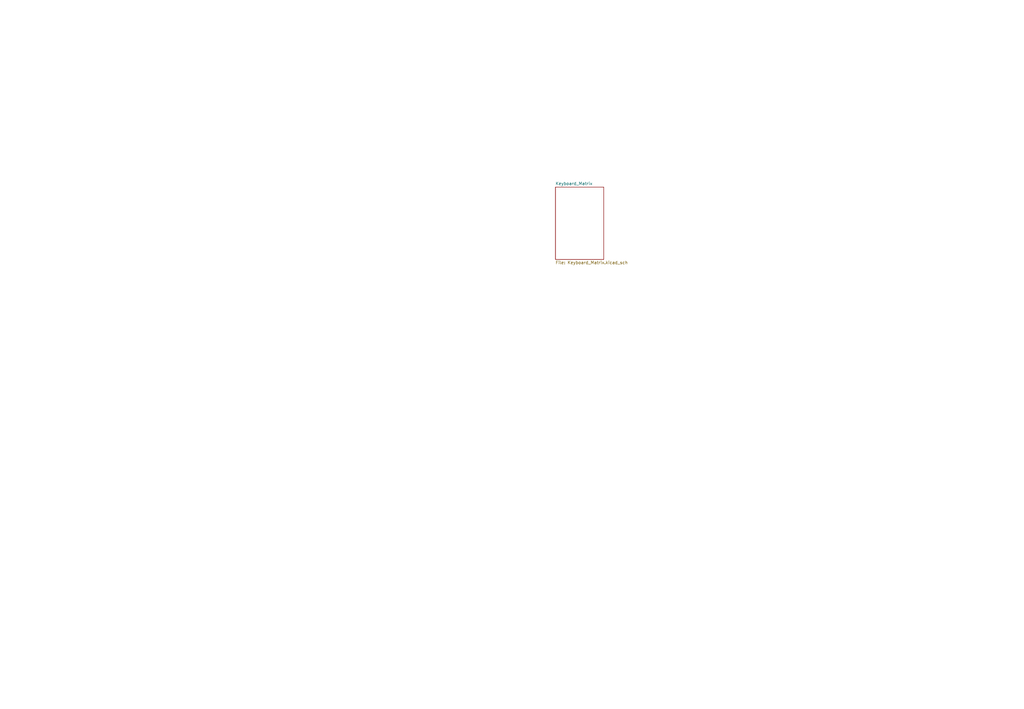
<source format=kicad_sch>
(kicad_sch
	(version 20250114)
	(generator "eeschema")
	(generator_version "9.0")
	(uuid "ea2432c4-eb7a-431a-b465-8c00cfcb4450")
	(paper "User" 430.809 298.45)
	(lib_symbols)
	(sheet
		(at 233.68 78.74)
		(size 20.32 30.48)
		(exclude_from_sim no)
		(in_bom yes)
		(on_board yes)
		(dnp no)
		(fields_autoplaced yes)
		(stroke
			(width 0.1524)
			(type solid)
		)
		(fill
			(color 0 0 0 0.0000)
		)
		(uuid "17c5c707-0f0f-4f1c-ab03-6f051c1763ce")
		(property "Sheetname" "Keyboard_Matrix"
			(at 233.68 78.0284 0)
			(effects
				(font
					(size 1.27 1.27)
				)
				(justify left bottom)
			)
		)
		(property "Sheetfile" "Keyboard_Matrix.kicad_sch"
			(at 233.68 109.8046 0)
			(effects
				(font
					(size 1.27 1.27)
				)
				(justify left top)
			)
		)
		(instances
			(project "Every83_Plate"
				(path "/ea2432c4-eb7a-431a-b465-8c00cfcb4450"
					(page "2")
				)
			)
		)
	)
	(sheet_instances
		(path "/"
			(page "1")
		)
	)
	(embedded_fonts no)
)

</source>
